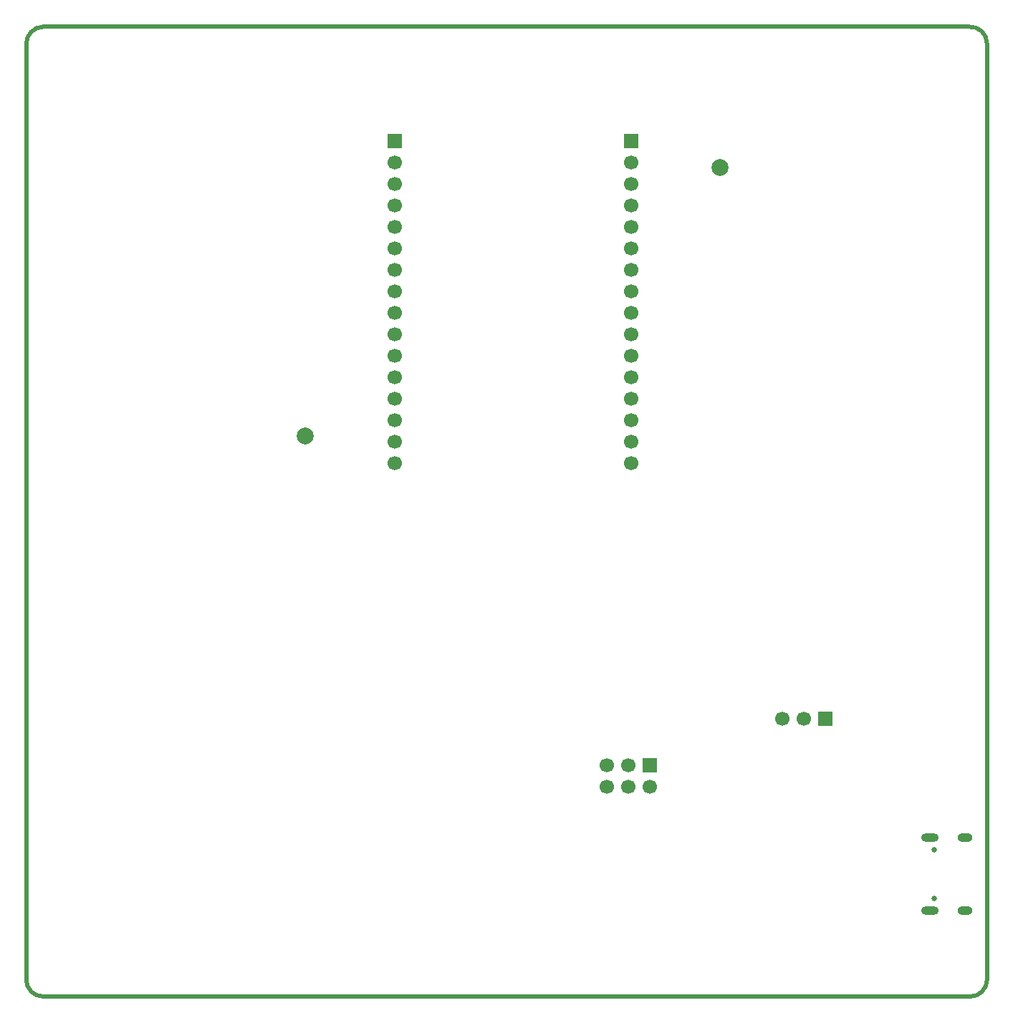
<source format=gbr>
%TF.GenerationSoftware,KiCad,Pcbnew,9.0.6*%
%TF.CreationDate,2026-01-06T10:28:57+00:00*%
%TF.ProjectId,PyBoardTester,5079426f-6172-4645-9465-737465722e6b,rev?*%
%TF.SameCoordinates,Original*%
%TF.FileFunction,Soldermask,Bot*%
%TF.FilePolarity,Negative*%
%FSLAX46Y46*%
G04 Gerber Fmt 4.6, Leading zero omitted, Abs format (unit mm)*
G04 Created by KiCad (PCBNEW 9.0.6) date 2026-01-06 10:28:57*
%MOMM*%
%LPD*%
G01*
G04 APERTURE LIST*
%ADD10R,1.700000X1.700000*%
%ADD11C,1.700000*%
%ADD12C,2.000000*%
%ADD13C,0.650000*%
%ADD14O,2.100000X1.000000*%
%ADD15O,1.800000X1.000000*%
%TA.AperFunction,Profile*%
%ADD16C,0.500000*%
%TD*%
G04 APERTURE END LIST*
D10*
%TO.C,J3*%
X155314000Y-50194800D03*
D11*
X155314000Y-52734800D03*
X155314000Y-55274800D03*
X155314000Y-57814800D03*
X155314000Y-60354800D03*
X155314000Y-62894800D03*
X155314000Y-65434800D03*
X155314000Y-67974800D03*
X155314000Y-70514800D03*
X155314000Y-73054800D03*
X155314000Y-75594800D03*
X155314000Y-78134800D03*
X155314000Y-80674800D03*
X155314000Y-83214800D03*
X155314000Y-85754800D03*
X155314000Y-88294800D03*
%TD*%
D10*
%TO.C,J4*%
X178250000Y-118550000D03*
D11*
X175710000Y-118550000D03*
X173170000Y-118550000D03*
%TD*%
D12*
%TO.C,TP27*%
X116790681Y-85109856D03*
%TD*%
D10*
%TO.C,J1*%
X157490000Y-124075000D03*
D11*
X157490000Y-126615000D03*
X154950000Y-124075000D03*
X154950000Y-126615000D03*
X152410000Y-124075000D03*
X152410000Y-126615000D03*
%TD*%
D13*
%TO.C,J5*%
X191070000Y-139840000D03*
X191070000Y-134060000D03*
D14*
X190570000Y-141270000D03*
D15*
X194750000Y-141270000D03*
D14*
X190570000Y-132630000D03*
D15*
X194750000Y-132630000D03*
%TD*%
D12*
%TO.C,TP6*%
X165814000Y-53368133D03*
%TD*%
D10*
%TO.C,J2*%
X127380000Y-50206800D03*
D11*
X127380000Y-52746800D03*
X127380000Y-55286800D03*
X127380000Y-57826800D03*
X127380000Y-60366800D03*
X127380000Y-62906800D03*
X127380000Y-65446800D03*
X127380000Y-67986800D03*
X127380000Y-70526800D03*
X127380000Y-73066800D03*
X127380000Y-75606800D03*
X127380000Y-78146800D03*
X127380000Y-80686800D03*
X127380000Y-83226800D03*
X127380000Y-85766800D03*
X127380000Y-88306800D03*
%TD*%
D16*
X197350000Y-38700000D02*
X197350000Y-149400000D01*
X85800000Y-151400000D02*
G75*
G02*
X83800000Y-149400000I0J2000000D01*
G01*
X85792517Y-36714214D02*
X195250000Y-36700000D01*
X195350000Y-151400000D02*
X85800000Y-151400000D01*
X195250000Y-36700000D02*
G75*
G02*
X197349980Y-38700000I97600J-2000000D01*
G01*
X83800000Y-149400000D02*
X83800000Y-38714214D01*
X197350000Y-149400000D02*
G75*
G02*
X195350000Y-151400000I-2000000J0D01*
G01*
X83800000Y-38714214D02*
G75*
G02*
X85800000Y-36714200I2000000J14D01*
G01*
M02*

</source>
